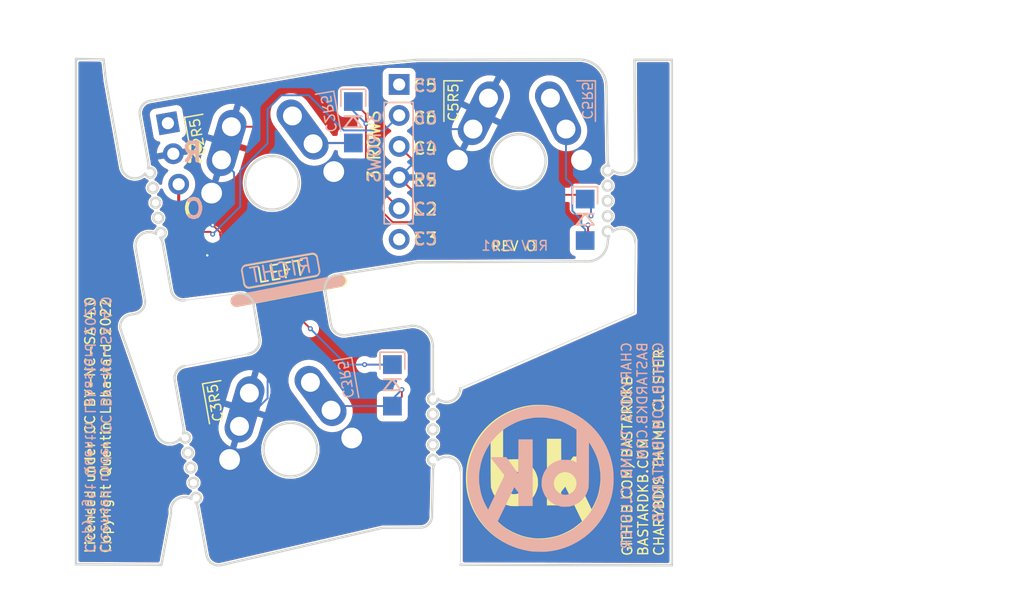
<source format=kicad_pcb>
(kicad_pcb (version 20221018) (generator pcbnew)
  (layers (0 "F.Cu" signal) (31 "B.Cu" signal) (34 "B.Paste" user) (35 "F.Paste" user) (36 "B.SilkS" user "B.Silkscreen") (37 "F.SilkS" user "F.Silkscreen") (38 "B.Mask" user) (39 "F.Mask" user) (44 "Edge.Cuts" user))
  (net 0 "")
  (net 1 "Net-(D5-A)")
  (net 2 "col6")
  (net 3 "Net-(D9-A)")
  (net 4 "col2")
  (net 5 "Net-(D19-A)")
  (net 7 "col4")
  (net 9 "row1")
  (footprint "Connector_PinHeader_2.54mm:PinHeader_1x03_P2.54mm_Vertical" (layer "F.Cu") (at 65.481539 71.553361 10)
    (fp_text reference "J2" hide)
    (fp_text value "Conn_01x03_Female")
    (pad "1" thru_hole rect (at 0 0 10) (size 1.7 1.7) (drill 1) (layers "*.Cu" "*.Mask"))
    (pad "2" thru_hole oval (at 0 2.54 10) (size 1.7 1.7) (drill 1) (layers "*.Cu" "*.Mask") (net 9 "row1"))
    (pad "3" thru_hole oval (at 0 5.08 10) (size 1.7 1.7) (drill 1) (layers "*.Cu" "*.Mask") (net 2 "col6"))
  )
  (footprint "custom:Diode_TH_SOD123" (layer "F.Cu") (at 83.872275 88.045142 -90)
    (fp_text reference "D9" hide)
    (fp_text value "D")
    (pad "1" smd rect (at 3.3 0 270) (size 1.524 1.524) (layers "F.Cu" "F.Paste" "F.Mask") (net 2 "col6"))
    (pad "1" smd rect (at 3.3 0 270) (size 1.524 1.524) (layers "B.Cu" "B.Paste" "B.Mask") (net 2 "col6"))
    (pad "2" smd rect (at 6.7 0 270) (size 1.524 1.524) (layers "F.Cu" "F.Paste" "F.Mask") (net 3 "Net-(D9-A)"))
    (pad "2" smd rect (at 6.7 0 270) (size 1.524 1.524) (layers "B.Cu" "B.Paste" "B.Mask") (net 3 "Net-(D9-A)"))
  )
  (footprint "custom:SW_MX_reversible" (layer "F.Cu") (at 75.5396 98.2472 10)
    (fp_text reference "SW9" hide)
    (fp_text value "SW_Push")
    (pad "" np_thru_hole circle (at -5.08 0 10) (size 1.7018 1.7018) (drill 1.7018) (layers "*.Cu" "*.Mask"))
    (pad "" np_thru_hole circle (at 5.08 0 10) (size 1.7018 1.7018) (drill 1.7018) (layers "*.Cu" "*.Mask"))
    (pad "1" thru_hole oval (at -3.81 -2.54 343.5) (size 2.35 5.55) (drill 1.55 (offset 0 -1.45)) (layers "*.Cu" "*.Mask") (net 9 "row1"))
    (pad "1" thru_hole circle (at -2.54 -5.08 10) (size 2.35 2.35) (drill 1.55) (layers "*.Cu" "*.Mask") (net 9 "row1"))
    (pad "2" thru_hole circle (at 2.54 -5.08 10) (size 2.35 2.35) (drill 1.55) (layers "*.Cu" "*.Mask") (net 3 "Net-(D9-A)"))
    (pad "2" thru_hole oval (at 3.81 -2.54 36.5) (size 2.35 5.55) (drill 1.55 (offset 0 -1.45)) (layers "*.Cu" "*.Mask") (net 3 "Net-(D9-A)"))
  )
  (footprint "custom:Diode_TH_SOD123" (layer "F.Cu") (at 80.67 66.48 -90)
    (fp_text reference "D5" hide)
    (fp_text value "D")
    (pad "1" smd rect (at 3.3 0 270) (size 1.524 1.524) (layers "F.Cu" "F.Paste" "F.Mask") (net 4 "col2"))
    (pad "1" smd rect (at 3.3 0 270) (size 1.524 1.524) (layers "B.Cu" "B.Paste" "B.Mask") (net 4 "col2"))
    (pad "2" smd rect (at 6.7 0 270) (size 1.524 1.524) (layers "F.Cu" "F.Paste" "F.Mask") (net 1 "Net-(D5-A)"))
    (pad "2" smd rect (at 6.7 0 270) (size 1.524 1.524) (layers "B.Cu" "B.Paste" "B.Mask") (net 1 "Net-(D5-A)"))
  )
  (footprint "custom:SW_MX_reversible" (layer "F.Cu") (at 94.2848 74.5744)
    (fp_text reference "SW19" hide)
    (fp_text value "SW_Push")
    (pad "" np_thru_hole circle (at -5.08 0) (size 1.7018 1.7018) (drill 1.7018) (layers "*.Cu" "*.Mask"))
    (pad "" np_thru_hole circle (at 5.08 0) (size 1.7018 1.7018) (drill 1.7018) (layers "*.Cu" "*.Mask"))
    (pad "1" thru_hole oval (at -3.81 -2.54 333.5) (size 2.35 5.55) (drill 1.55 (offset 0 -1.45)) (layers "*.Cu" "*.Mask") (net 9 "row1"))
    (pad "1" thru_hole circle (at -2.54 -5.08) (size 2.35 2.35) (drill 1.55) (layers "*.Cu" "*.Mask") (net 9 "row1"))
    (pad "2" thru_hole circle (at 2.54 -5.08) (size 2.35 2.35) (drill 1.55) (layers "*.Cu" "*.Mask") (net 5 "Net-(D19-A)"))
    (pad "2" thru_hole oval (at 3.81 -2.54 26.5) (size 2.35 5.55) (drill 1.55 (offset 0 -1.45)) (layers "*.Cu" "*.Mask") (net 5 "Net-(D19-A)"))
  )
  (footprint "Connector_PinHeader_2.54mm:PinHeader_1x06_P2.54mm_Vertical" (layer "F.Cu") (at 84.4296 68.3768)
    (fp_text reference "J1" hide)
    (fp_text value "Conn_01x06_Female")
    (pad "1" thru_hole rect (at 0 0) (size 1.7 1.7) (drill 1) (layers "*.Cu" "*.Mask"))
    (pad "2" thru_hole oval (at 0 2.54) (size 1.7 1.7) (drill 1) (layers "*.Cu" "*.Mask") (net 2 "col6"))
    (pad "3" thru_hole oval (at 0 5.08) (size 1.7 1.7) (drill 1) (layers "*.Cu" "*.Mask") (net 7 "col4"))
    (pad "4" thru_hole oval (at 0 7.62) (size 1.7 1.7) (drill 1) (layers "*.Cu" "*.Mask") (net 9 "row1"))
    (pad "5" thru_hole oval (at 0 10.16) (size 1.7 1.7) (drill 1) (layers "*.Cu" "*.Mask") (net 4 "col2"))
    (pad "6" thru_hole oval (at 0 12.7) (size 1.7 1.7) (drill 1) (layers "*.Cu" "*.Mask"))
  )
  (footprint "custom:Diode_TH_SOD123" (layer "F.Cu") (at 99.67 74.474 -90)
    (fp_text reference "D19" hide)
    (fp_text value "D")
    (pad "1" smd rect (at 3.3 0 270) (size 1.524 1.524) (layers "F.Cu" "F.Paste" "F.Mask") (net 7 "col4"))
    (pad "1" smd rect (at 3.3 0 270) (size 1.524 1.524) (layers "B.Cu" "B.Paste" "B.Mask") (net 7 "col4"))
    (pad "2" smd rect (at 6.7 0 270) (size 1.524 1.524) (layers "F.Cu" "F.Paste" "F.Mask") (net 5 "Net-(D19-A)"))
    (pad "2" smd rect (at 6.7 0 270) (size 1.524 1.524) (layers "B.Cu" "B.Paste" "B.Mask") (net 5 "Net-(D19-A)"))
  )
  (footprint "custom:SW_MX_reversible" (layer "F.Cu") (at 74.0664 76.4032 10)
    (fp_text reference "SW5" hide)
    (fp_text value "SW_Push")
    (pad "" np_thru_hole circle (at -5.08 0 10) (size 1.7018 1.7018) (drill 1.7018) (layers "*.Cu" "*.Mask"))
    (pad "" np_thru_hole circle (at 5.08 0 10) (size 1.7018 1.7018) (drill 1.7018) (layers "*.Cu" "*.Mask"))
    (pad "1" thru_hole oval (at -3.81 -2.54 343.5) (size 2.35 5.55) (drill 1.55 (offset 0 -1.45)) (layers "*.Cu" "*.Mask") (net 9 "row1"))
    (pad "1" thru_hole circle (at -2.54 -5.08 10) (size 2.35 2.35) (drill 1.55) (layers "*.Cu" "*.Mask") (net 9 "row1"))
    (pad "2" thru_hole circle (at 2.54 -5.08 10) (size 2.35 2.35) (drill 1.55) (layers "*.Cu" "*.Mask") (net 1 "Net-(D5-A)"))
    (pad "2" thru_hole oval (at 3.81 -2.54 36.5) (size 2.35 5.55) (drill 1.55 (offset 0 -1.45)) (layers "*.Cu" "*.Mask") (net 1 "Net-(D5-A)"))
  )
  (footprint "LOGO" (layer "F.Cu") (at 95.9 100.65)
    (fp_text reference "G***" hide)
    (fp_text value "LOGO" hide)
  )
  (footprint "LOGO" (layer "B.Cu") (at 96 100.7 180)
    (fp_text reference "G***" hide)
    (fp_text value "LOGO" hide)
  )
  (gr_arc (start 77.220842 82.23473) (mid 77.541127 82.279058) (end 77.723033 82.546373) (stroke (width 0.12)) (layer "B.SilkS"))
  (gr_line (start 79.53 84.475) (end 71.105 86.125) (stroke (width 1)) (layer "B.SilkS"))
  (gr_arc (start 71.566617 83.67896) (mid 71.610944 83.358675) (end 71.878259 83.176768) (stroke (width 0.12)) (layer "B.SilkS"))
  (gr_line (start 71.878259 83.176768) (end 77.220842 82.23473) (stroke (width 0.12)) (layer "B.SilkS"))
  (gr_line (start 77.588358 84.052192) (end 72.245775 84.99423) (stroke (width 0.12)) (layer "B.SilkS"))
  (gr_line (start 77.9 83.55) (end 77.723033 82.546372) (stroke (width 0.12)) (layer "B.SilkS"))
  (gr_arc (start 77.9 83.55) (mid 77.855673 83.870285) (end 77.588358 84.052192) (stroke (width 0.12)) (layer "B.SilkS"))
  (gr_line (start 71.566617 83.67896) (end 71.743584 84.682588) (stroke (width 0.12)) (layer "B.SilkS"))
  (gr_rect (start 83.1975 69.85) (end 85.5725 79.8) (stroke (width 0.12)) (fill none) (layer "B.SilkS"))
  (gr_arc (start 72.245775 84.99423) (mid 71.92549 84.949902) (end 71.743584 84.682587) (stroke (width 0.12)) (layer "B.SilkS"))
  (gr_line (start 79.665 84.485) (end 71.735 86.015) (stroke (width 1)) (layer "F.SilkS"))
  (gr_arc (start 77.251576 82.275615) (mid 77.564985 82.355124) (end 77.716183 82.640933) (stroke (width 0.12)) (layer "F.SilkS"))
  (gr_line (start 77.251576 82.275615) (end 71.908995 83.217659) (stroke (width 0.12)) (layer "F.SilkS"))
  (gr_line (start 77.716183 82.640933) (end 77.89315 83.644561) (stroke (width 0.12)) (layer "F.SilkS"))
  (gr_arc (start 71.543676 83.682267) (mid 71.623186 83.368857) (end 71.908995 83.217659) (stroke (width 0.12)) (layer "F.SilkS"))
  (gr_line (start 71.720644 84.685895) (end 71.543677 83.682267) (stroke (width 0.12)) (layer "F.SilkS"))
  (gr_rect (start 83.2 69.85) (end 85.575 79.8) (stroke (width 0.12)) (fill none) (layer "F.SilkS"))
  (gr_line (start 72.185251 85.051213) (end 77.527832 84.109169) (stroke (width 0.12)) (layer "F.SilkS"))
  (gr_arc (start 72.185251 85.051213) (mid 71.871842 84.971704) (end 71.720644 84.685895) (stroke (width 0.12)) (layer "F.SilkS"))
  (gr_arc (start 77.893151 83.644561) (mid 77.813641 83.957971) (end 77.527832 84.109169) (stroke (width 0.12)) (layer "F.SilkS"))
  (gr_circle (center 87.190015 96.65875) (end 87.190015 97.05875) (stroke (width 0.2)) (fill none) (layer "Edge.Cuts"))
  (gr_arc (start 66.722547 96.986841) (mid 67.256834 97.529352) (end 66.506314 97.400896) (stroke (width 0.2)) (layer "Edge.Cuts"))
  (gr_arc (start 87.585343 94.143051) (mid 86.87034 94.404879) (end 87.297918 93.774831) (stroke (width 0.2)) (layer "Edge.Cuts"))
  (gr_circle (center 94.231557 74.652763) (end 96.431557 74.652763) (stroke (width 0.2)) (fill none) (layer "Edge.Cuts"))
  (gr_arc (start 64.859503 80.937226) (mid 64.984487 81.157959) (end 65.056842 81.401082) (stroke (width 0.2)) (layer "Edge.Cuts"))
  (gr_line (start 61.586115 88.418802) (end 64.53208 96.885594) (stroke (width 0.2)) (layer "Edge.Cuts"))
  (gr_line (start 60.399728 68.086451) (end 61.657985 75.150261) (stroke (width 0.2)) (layer "Edge.Cuts"))
  (gr_arc (start 71.166131 85.535797) (mid 72.017587 85.679288) (end 72.496567 86.397721) (stroke (width 0.2)) (layer "Edge.Cuts"))
  (gr_line (start 103.709519 87.079288) (end 89.43412 93.279826) (stroke (width 0.05)) (layer "Edge.Cuts"))
  (gr_line (start 68.654535 106.986262) (end 67.952736 103.124513) (stroke (width 0.2)) (layer "Edge.Cuts"))
  (gr_arc (start 63.873117 74.755686) (mid 63.889163 75.008839) (end 63.848085 75.259152) (stroke (width 0.2)) (layer "Edge.Cuts"))
  (gr_line (start 101.409519 68.579288) (end 101.50581 74.554291) (stroke (width 0.2)) (layer "Edge.Cuts"))
  (gr_circle (center 87.192197 97.908747) (end 87.192197 98.308747) (stroke (width 0.2)) (fill none) (layer "Edge.Cuts"))
  (gr_line (start 106.767587 66.352763) (end 106.767587 107.80746) (stroke (width 0.2)) (layer "Edge.Cuts"))
  (gr_arc (start 103.755805 74.550362) (mid 103.106763 75.571685) (end 101.907029 75.413587) (stroke (width 0.2)) (layer "Edge.Cuts"))
  (gr_arc (start 80.682774 66.820485) (mid 80.726317 66.813715) (end 80.770116 66.80887) (stroke (width 0.2)) (layer "Edge.Cuts"))
  (gr_arc (start 87.109122 103.709526) (mid 86.876488 104.405155) (end 86.209122 104.709526) (stroke (width 0.2)) (layer "Edge.Cuts"))
  (gr_line (start 57.951798 107.718617) (end 57.951798 66.280035) (stroke (width 0.2)) (layer "Edge.Cuts"))
  (gr_arc (start 85.887631 82.956645) (mid 85.931601 82.953734) (end 85.975656 82.952763) (stroke (width 0.2)) (layer "Edge.Cuts"))
  (gr_arc (start 63.184802 70.891511) (mid 63.349154 70.143999) (end 63.993939 69.731642) (stroke (width 0.2)) (layer "Edge.Cuts"))
  (gr_line (start 83.068065 104.732225) (end 69.817222 107.791345) (stroke (width 0.2)) (layer "Edge.Cuts"))
  (gr_circle (center 101.5117 77.929286) (end 101.5117 78.329286) (stroke (width 0.2)) (fill none) (layer "Edge.Cuts"))
  (gr_arc (start 87.297918 93.774831) (mid 87.213162 93.535749) (end 87.184125 93.283755) (stroke (width 0.2)) (layer "Edge.Cuts"))
  (gr_line (start 80.169043 88.922779) (end 85.502015 88.165856) (stroke (width 0.2)) (layer "Edge.Cuts"))
  (gr_arc (start 63.848085 75.259151) (mid 64.380477 75.803527) (end 63.630407 75.672451) (stroke (width 0.2)) (layer "Edge.Cuts"))
  (gr_line (start 106.767587 107.80746) (end 89.445902 107.75875) (stroke (width 0.2)) (layer "Edge.Cuts"))
  (gr_arc (start 69.817222 107.791345) (mid 69.06914 107.629604) (end 68.654535 106.986262) (stroke (width 0.2)) (layer "Edge.Cuts"))
  (gr_arc (start 87.594122 99.173051) (mid 88.793297 99.010766) (end 89.445902 100.029817) (stroke (width 0.2)) (layer "Edge.Cuts"))
  (gr_circle (center 64.684188 79.309013) (end 65.084188 79.309013) (stroke (width 0.2)) (fill none) (layer "Edge.Cuts"))
  (gr_arc (start 85.502015 88.165856) (mid 86.749023 88.715695) (end 87.184126 90.00722) (stroke (width 0.2)) (layer "Edge.Cuts"))
  (gr_arc (start 85.887631 66.356645) (mid 85.931601 66.353734) (end 85.975656 66.352763) (stroke (width 0.2)) (layer "Edge.Cuts"))
  (gr_arc (start 87.195906 100.033743) (mid 87.224063 99.78165) (end 87.307984 99.542273) (stroke (width 0.2)) (layer "Edge.Cuts"))
  (gr_line (start 80.770116 66.80887) (end 85.887631 66.356645) (stroke (width 0.2)) (layer "Edge.Cuts"))
  (gr_line (start 63.993939 69.731642) (end 80.682775 66.820485) (stroke (width 0.2)) (layer "Edge.Cuts"))
  (gr_arc (start 61.586115 88.418802) (mid 61.748851 87.669287) (end 62.394633 87.255497) (stroke (width 0.2)) (layer "Edge.Cuts"))
  (gr_line (start 99.709519 82.879288) (end 85.975656 82.952763) (stroke (width 0.2)) (layer "Edge.Cuts"))
  (gr_arc (start 101.619603 75.045367) (mid 101.534847 74.806285) (end 101.50581 74.554291) (stroke (width 0.2)) (layer "Edge.Cuts"))
  (gr_arc (start 101.629669 80.812809) (mid 101.199895 80.184256) (end 101.915808 80.443588) (stroke (width 0.2)) (layer "Edge.Cuts"))
  (gr_arc (start 67.405691 102.349847) (mid 68.063028 101.965541) (end 67.75378 102.661349) (stroke (width 0.2)) (layer "Edge.Cuts"))
  (gr_circle (center 64.464979 78.078384) (end 64.864979 78.078384) (stroke (width 0.2)) (fill none) (layer "Edge.Cuts"))
  (gr_line (start 60.20794 66.322801) (end 60.399728 68.086451) (stroke (width 0.2)) (layer "Edge.Cuts"))
  (gr_line (start 72.961078 89.127832) (end 72.496567 86.397721) (stroke (width 0.2)) (layer "Edge.Cuts"))
  (gr_circle (center 64.245771 76.847755) (end 64.645771 76.847755) (stroke (width 0.2)) (fill none) (layer "Edge.Cuts"))
  (gr_line (start 64.948202 107.761383) (end 57.951798 107.718617) (stroke (width 0.2)) (layer "Edge.Cuts"))
  (gr_arc (start 63.59523 86.025897) (mid 63.430879 86.77341) (end 62.786094 87.185767) (stroke (width 0.2)) (layer "Edge.Cuts"))
  (gr_line (start 89.445902 100.029817) (end 89.445902 107.75875) (stroke (width 0.05)) (layer "Edge.Cuts"))
  (gr_line (start 103.755805 74.550362) (end 103.709519 66.352763) (stroke (width 0.2)) (layer "Edge.Cuts"))
  (gr_circle (center 75.515525 98.319843) (end 77.715525 98.319843) (stroke (width 0.2)) (fill none) (layer "Edge.Cuts"))
  (gr_line (start 62.786094 87.185767) (end 62.394633 87.255497) (stroke (width 0.2)) (layer "Edge.Cuts"))
  (gr_arc (start 64.512504 80.624512) (mid 65.171177 80.242501) (end 64.859504 80.937226) (stroke (width 0.2)) (layer "Edge.Cuts"))
  (gr_line (start 103.767587 81.300353) (end 103.709519 87.079288) (stroke (width 0.05)) (layer "Edge.Cuts"))
  (gr_circle (center 101.509519 76.679288) (end 101.509519 77.079288) (stroke (width 0.2)) (fill none) (layer "Edge.Cuts"))
  (gr_arc (start 63.630408 75.67245) (mid 62.477632 76.040506) (end 61.657985 75.150261) (stroke (width 0.2)) (layer "Edge.Cuts"))
  (gr_circle (center 87.187834 95.408752) (end 87.187834 95.808752) (stroke (width 0.2)) (fill none) (layer "Edge.Cuts"))
  (gr_arc (start 101.915807 80.443587) (mid 103.114982 80.281302) (end 103.767587 81.300353) (stroke (width 0.2)) (layer "Edge.Cuts"))
  (gr_line (start 86.209122 104.709526) (end 83.068065 104.732225) (stroke (width 0.2)) (layer "Edge.Cuts"))
  (gr_line (start 57.951798 66.280035) (end 60.20794 66.322801) (stroke (width 0.2)) (layer "Edge.Cuts"))
  (gr_arc (start 66.745821 96.483289) (mid 66.762751 96.736384) (end 66.722547 96.986839) (stroke (width 0.2)) (layer "Edge.Cuts"))
  (gr_line (start 87.184126 90.00722) (end 87.184125 93.283755) (stroke (width 0.2)) (layer "Edge.Cuts"))
  (gr_line (start 87.195906 100.033743) (end 87.109122 103.709526) (stroke (width 0.2)) (layer "Edge.Cuts"))
  (gr_circle (center 101.513882 79.179283) (end 101.513882 79.579283) (stroke (width 0.2)) (fill none) (layer "Edge.Cuts"))
  (gr_arc (start 62.84171 81.795658) (mid 63.303542 80.677147) (end 64.512503 80.624511) (stroke (width 0.2)) (layer "Edge.Cuts"))
  (gr_circle (center 67.349279 99.803901) (end 67.749279 99.803901) (stroke (width 0.2)) (fill none) (layer "Edge.Cuts"))
  (gr_line (start 65.745157 85.265257) (end 65.056842 81.401082) (stroke (width 0.2)) (layer "Edge.Cuts"))
  (gr_arc (start 65.738995 103.526819) (mid 66.19692 102.406702) (end 67.40569 102.349847) (stroke (width 0.2)) (layer "Edge.Cuts"))
  (gr_arc (start 66.905027 86.074393) (mid 66.157514 85.910042) (end 65.745157 85.265257) (stroke (width 0.2)) (layer "Edge.Cuts"))
  (gr_arc (start 89.43412 93.279826) (mid 88.785078 94.301149) (end 87.585344 94.143051) (stroke (width 0.2)) (layer "Edge.Cuts"))
  (gr_arc (start 101.517591 81.304279) (mid 100.949524 82.477468) (end 99.709519 82.879288) (stroke (width 0.2)) (layer "Edge.Cuts"))
  (gr_line (start 63.873117 74.755687) (end 63.184802 70.891512) (stroke (width 0.2)) (layer "Edge.Cuts"))
  (gr_arc (start 99.009518 66.332781) (mid 100.696665 66.935603) (end 101.409519 68.579288) (stroke (width 0.2)) (layer "Edge.Cuts"))
  (gr_arc (start 66.506314 97.400897) (mid 65.354829 97.772974) (end 64.53208 96.885594) (stroke (width 0.2)) (layer "Edge.Cuts"))
  (gr_arc (start 72.961078 89.127832) (mid 72.817587 89.979288) (end 72.099154 90.458268) (stroke (width 0.2)) (layer "Edge.Cuts"))
  (gr_arc (start 101.907028 75.413587) (mid 101.192025 75.675415) (end 101.619603 75.045367) (stroke (width 0.2)) (layer "Edge.Cuts"))
  (gr_circle (center 74.010357 76.439671) (end 76.210357 76.439671) (stroke (width 0.2)) (fill none) (layer "Edge.Cuts"))
  (gr_arc (start 80.169043 88.922779) (mid 79.317587 88.779288) (end 78.838607 88.060855) (stroke (width 0.2)) (layer "Edge.Cuts"))
  (gr_line (start 78.374096 85.330744) (end 78.838607 88.060855) (stroke (width 0.2)) (layer "Edge.Cuts"))
  (gr_line (start 71.166131 85.535797) (end 66.905027 86.074393) (stroke (width 0.05)) (layer "Edge.Cuts"))
  (gr_line (start 85.975656 66.352763) (end 99.009518 66.332781) (stroke (width 0.2)) (layer "Edge.Cuts"))
  (gr_line (start 65.738995 103.526818) (end 64.948202 107.761383) (stroke (width 0.2)) (layer "Edge.Cuts"))
  (gr_arc (start 87.307984 99.542273) (mid 86.87821 98.91372) (end 87.594123 99.173052) (stroke (width 0.2)) (layer "Edge.Cuts"))
  (gr_arc (start 66.044023 92.62154) (mid 66.205764 91.873458) (end 66.849106 91.458853) (stroke (width 0.2)) (layer "Edge.Cuts"))
  (gr_arc (start 67.75378 102.661349) (mid 67.879534 102.881644) (end 67.952736 103.124513) (stroke (width 0.2)) (layer "Edge.Cuts"))
  (gr_arc (start 101.517591 81.304279) (mid 101.545748 81.052186) (end 101.629669 80.812809) (stroke (width 0.2)) (layer "Edge.Cuts"))
  (gr_line (start 66.849106 91.458853) (end 72.099154 90.458268) (stroke (width 0.05)) (layer "Edge.Cuts"))
  (gr_line (start 66.745821 96.483289) (end 66.044023 92.62154) (stroke (width 0.2)) (layer "Edge.Cuts"))
  (gr_arc (start 78.374096 85.330744) (mid 78.517587 84.479288) (end 79.23602 84.000308) (stroke (width 0.2)) (layer "Edge.Cuts"))
  (gr_circle (center 67.125776 98.574045) (end 67.525776 98.574045) (stroke (width 0.2)) (fill none) (layer "Edge.Cuts"))
  (gr_line (start 62.84171 81.795657) (end 63.59523 86.025897) (stroke (width 0.2)) (layer "Edge.Cuts"))
  (gr_circle (center 67.572782 101.033757) (end 67.972782 101.033757) (stroke (width 0.2)) (fill none) (layer "Edge.Cuts"))
  (gr_line (start 85.887631 82.956644) (end 79.23602 84.000308) (stroke (width 0.2)) (layer "Edge.Cuts"))
  (gr_line (start 103.709519 66.352763) (end 106.767587 66.352763) (stroke (width 0.2)) (layer "Edge.Cuts"))
  (gr_text "C3R5" (at 80.025 92.575 280) (layer "B.SilkS") (effects (font (size 0.8 0.8) (thickness 0.12)) (justify mirror)))
  (gr_text "C" (at 68.6308 79.4512) (layer "B.SilkS") (effects (font (size 1.5 1.5) (thickness 0.3) bold) (justify left bottom mirror)))
  (gr_text "BASTARDKB.COM" (at 104.35 94.35 90) (layer "B.SilkS") (effects (font (size 0.8 0.8) (thickness 0.12)) (justify mirror)))
  (gr_text "C2" (at 86.575 78.6176) (layer "B.SilkS") (effects (font (size 1 1)) (justify mirror)))
  (gr_text "C5" (at 86.575 68.4576) (layer "B.SilkS") (effects (font (size 1 1)) (justify mirror)))
  (gr_text "RIGHT" (at 74.723826 83.622131 10) (layer "B.SilkS") (effects (font (size 1.2 1.2)) (justify mirror)))
  (gr_text "Licensed under CC BY-NC-SA 4.0\nCopyright Quentin Lebastard 2022" (at 59.74 106.86 -90) (layer "B.SilkS") (effects (font (size 0.8 0.8) (thickness 0.12)) (justify left mirror)))
  (gr_text "R5" (at 86.575 76.2317) (layer "B.SilkS") (effects (font (size 1 1)) (justify mirror)))
  (gr_text "3 ROWS" (at 82.4225 73.52 90) (layer "B.SilkS") (effects (font (size 1 1)) (justify mirror)))
  (gr_text "REV 2.01" (at 93.9 81.6) (layer "B.SilkS") (effects (font (size 0.8 0.8) (thickness 0.12)) (justify mirror)))
  (gr_text "GITHUB.COM/BASTARDKB" (at 105.645 96.902381 90) (layer "B.SilkS") (effects (font (size 0.8 0.8) (thickness 0.12)) (justify mirror)))
  (gr_text "R" (at 68.4276 74.8284) (layer "B.SilkS") (effects (font (size 1.5 1.5) (thickness 0.3) bold) (justify left bottom mirror)))
  (gr_text "C5R5" (at 99.813 69.7 270) (layer "B.SilkS") (effects (font (size 0.8 0.8) (thickness 0.12)) (justify mirror)))
  (gr_text "C2R5" (at 78.625 70.775 280) (layer "B.SilkS") (effects (font (size 0.8 0.8) (thickness 0.12)) (justify mirror)))
  (gr_text "C3" (at 86.575 81.0577) (layer "B.SilkS") (effects (font (size 1 1)) (justify mirror)))
  (gr_text "C6" (at 86.575 71.15) (layer "B.SilkS") (effects (font (size 1 1)) (justify mirror)))
  (gr_text "C4" (at 86.575 73.6409) (layer "B.SilkS") (effects (font (size 1 1)) (justify mirror)))
  (gr_text "CHARYBDIS THUMB CLUSTER" (at 103.055 97.988096 90) (layer "B.SilkS") (effects (font (size 0.8 0.8) (thickness 0.12)) (justify mirror)))
  (gr_text "C3R5" (at 69.375 94.475 100) (layer "F.SilkS") (effects (font (size 0.8 0.8) (thickness 0.12))))
  (gr_text "R" (at 66.7004 74.8792) (layer "F.SilkS") (effects (font (size 1.5 1.5) (thickness 0.3) bold) (justify left bottom)))
  (gr_text "BASTARDKB.COM" (at 104.418 102.198096 90) (layer "F.SilkS") (effects (font (size 0.8 0.8) (thickness 0.12))))
  (gr_text "GITHUB.COM/BASTARDKB" (at 103.123 99.645715 90) (layer "F.SilkS") (effects (font (size 0.8 0.8) (thickness 0.12))))
  (gr_text "C3" (at 86.575 81.0401) (layer "F.SilkS") (effects (font (size 1 1))))
  (gr_text "C5" (at 86.575 68.4824) (layer "F.SilkS") (effects (font (size 1 1))))
  (gr_text "REV O" (at 93.825 81.635) (layer "F.SilkS") (effects (font (size 0.8 0.8) (thickness 0.12))))
  (gr_text "C2" (at 86.575 78.6) (layer "F.SilkS") (effects (font (size 1 1))))
  (gr_text "C" (at 66.548 79.4512) (layer "F.SilkS") (effects (font (size 1.5 1.5) (thickness 0.3) bold) (justify left bottom)))
  (gr_text "C5R5" (at 88.875 69.85 90) (layer "F.SilkS") (effects (font (size 0.8 0.8) (thickness 0.12))))
  (gr_text "LEFT" (at 74.719592 83.731524 10) (layer "F.SilkS") (effects (font (size 1.2 1.2))))
  (gr_text "3 ROWS" (at 82.37 73.4 90) (layer "F.SilkS") (effects (font (size 1 1))))
  (gr_text "C2R5" (at 67.925 72.7 100) (layer "F.SilkS") (effects (font (size 0.8 0.8) (thickness 0.12))))
  (gr_text "CHARYBDIS THUMB CLUSTER" (at 105.713 98.560001 90) (layer "F.SilkS") (effects (font (size 0.8 0.8) (thickness 0.12))))
  (gr_text "R5" (at 86.575 76.2141) (layer "F.SilkS") (effects (font (size 1 1))))
  (gr_text "Licensed under CC BY-NC-SA 4.0\nCopyright Quentin Lebastard 2022" (at 59.749509 106.8931 90) (layer "F.SilkS") (effects (font (size 0.8 0.8) (thickness 0.12)) (justify left)))
  (gr_text "C4" (at 86.575 73.6233) (layer "F.SilkS") (effects (font (size 1 1))))
  (gr_text "C6" (at 86.575 71.1324) (layer "F.SilkS") (effects (font (size 1 1))))
  (segment (start 80.67 73.18) (end 77.43764 73.18) (width 0.1524) (layer "F.Cu") (net 1))
  (segment (start 77.43764 73.18) (end 77.377451 73.240189) (width 0.1524) (layer "F.Cu") (net 1))
  (segment (start 80.67 73.18) (end 77.43764 73.18) (width 0.1524) (layer "B.Cu") (net 1))
  (segment (start 77.43764 73.18) (end 77.377451 73.240189) (width 0.1524) (layer "B.Cu") (net 1))
  (segment (start 66.363672 79.743776) (end 67.084948 80.465052) (width 0.25) (layer "F.Cu") (net 2))
  (segment (start 65.9 83.15) (end 65.9 81.65) (width 0.1524) (layer "F.Cu") (net 2))
  (segment (start 72.9 84.15) (end 66.9 84.15) (width 0.1524) (layer "F.Cu") (net 2))
  (segment (start 83.872275 91.345142) (end 81.595142 91.345142) (width 0.1524) (layer "F.Cu") (net 2))
  (segment (start 68.965052 80.465052) (end 69.15 80.65) (width 0.1524) (layer "F.Cu") (net 2))
  (segment (start 77.15 88.4) (end 72.9 84.15) (width 0.1524) (layer "F.Cu") (net 2))
  (segment (start 66.9 84.15) (end 65.9 83.15) (width 0.1524) (layer "F.Cu") (net 2))
  (segment (start 66.363672 76.556184) (end 66.363672 79.743776) (width 0.25) (layer "F.Cu") (net 2))
  (segment (start 65.9 81.65) (end 67.084948 80.465052) (width 0.1524) (layer "F.Cu") (net 2))
  (segment (start 67.084948 80.465052) (end 68.965052 80.465052) (width 0.1524) (layer "F.Cu") (net 2))
  (via (at 81.595142 91.345142) (size 0.4) (drill 0.2) (layers "F.Cu" "B.Cu") (net 2))
  (via (at 69.15 80.65) (size 0.4) (drill 0.2) (layers "F.Cu" "B.Cu") (net 2))
  (via (at 77.15 88.4) (size 0.4) (drill 0.2) (layers "F.Cu" "B.Cu") (net 2))
  (segment (start 77.014296 69.264296) (end 79.891789 72.141789) (width 0.1524) (layer "B.Cu") (net 2))
  (segment (start 69.15 80.65) (end 71.4 78.4) (width 0.1524) (layer "B.Cu") (net 2))
  (segment (start 83.188189 72.141789) (end 83.1964 72.15) (width 0.1524) (layer "B.Cu") (net 2))
  (segment (start 73.65 73.201304) (end 73.65 70.398829) (width 0.1524) (layer "B.Cu") (net 2))
  (segment (start 83.1964 72.15) (end 84.4296 70.9168) (width 0.1524) (layer "B.Cu") (net 2))
  (segment (start 74.784533 69.264296) (end 77.014296 69.264296) (width 0.1524) (layer "B.Cu") (net 2))
  (segment (start 71.4 78.4) (end 71.4 75.451304) (width 0.1524) (layer "B.Cu") (net 2))
  (segment (start 79.891789 72.141789) (end 83.188189 72.141789) (width 0.1524) (layer "B.Cu") (net 2))
  (segment (start 71.4 75.451304) (end 73.65 73.201304) (width 0.1524) (layer "B.Cu") (net 2))
  (segment (start 77.15 88.4) (end 80.095142 91.345142) (width 0.1524) (layer "B.Cu") (net 2))
  (segment (start 80.095142 91.345142) (end 83.872275 91.345142) (width 0.1524) (layer "B.Cu") (net 2))
  (segment (start 73.65 70.398829) (end 74.784533 69.264296) (width 0.1524) (layer "B.Cu") (net 2))
  (segment (start 84.65 93.4) (end 84.65 93.967417) (width 0.1524) (layer "F.Cu") (net 3))
  (segment (start 84.65 93.967417) (end 83.872275 94.745142) (width 0.1524) (layer "F.Cu") (net 3))
  (via (at 84.65 93.4) (size 0.4) (drill 0.2) (layers "F.Cu" "B.Cu") (net 3))
  (segment (start 83.872275 94.177725) (end 84.65 93.4) (width 0.1524) (layer "B.Cu") (net 3))
  (segment (start 83.872275 94.745142) (end 83.872275 94.177725) (width 0.1524) (layer "B.Cu") (net 3))
  (segment (start 83.872275 94.745142) (end 79.189698 94.745142) (width 0.1524) (layer "B.Cu") (net 3))
  (segment (start 79.189698 94.745142) (end 78.850651 95.084189) (width 0.1524) (layer "B.Cu") (net 3))
  (segment (start 81.708211 71.591789) (end 81.708211 75.815411) (width 0.1524) (layer "F.Cu") (net 4))
  (segment (start 81.708211 75.815411) (end 84.4296 78.5368) (width 0.1524) (layer "F.Cu") (net 4))
  (segment (start 81.708211 70.818211) (end 81.708211 71.591789) (width 0.1524) (layer "F.Cu") (net 4))
  (segment (start 80.67 69.78) (end 81.708211 70.818211) (width 0.1524) (layer "F.Cu") (net 4))
  (via (at 81.708211 71.591789) (size 0.4) (drill 0.2) (layers "F.Cu" "B.Cu") (net 4))
  (segment (start 81.708211 71.591789) (end 80.67 70.553578) (width 0.1524) (layer "B.Cu") (net 4))
  (segment (start 80.67 70.553578) (end 80.67 69.78) (width 0.1524) (layer "B.Cu") (net 4))
  (segment (start 99.9 79.9) (end 99.9 80.944) (width 0.1524) (layer "F.Cu") (net 5))
  (segment (start 99.9 80.944) (end 99.67 81.174) (width 0.1524) (layer "F.Cu") (net 5))
  (via (at 99.9 79.9) (size 0.4) (drill 0.2) (layers "F.Cu" "B.Cu") (net 5))
  (segment (start 98.616179 78.741359) (end 98.616179 76.616179) (width 0.1524) (layer "B.Cu") (net 5))
  (segment (start 99.67 80.2596) (end 99.3552 79.9448) (width 0.1524) (layer "B.Cu") (net 5))
  (segment (start 99.3552 79.9448) (end 99.8552 79.9448) (width 0.1524) (layer "B.Cu") (net 5))
  (segment (start 98.616179 76.616179) (end 98.0948 76.0948) (width 0.1524) (layer "B.Cu") (net 5))
  (segment (start 99.3552 79.9448) (end 99.3552 79.48038) (width 0.1524) (layer "B.Cu") (net 5))
  (segment (start 99.3552 79.48038) (end 98.616179 78.741359) (width 0.1524) (layer "B.Cu") (net 5))
  (segment (start 98.0948 76.0948) (end 98.0948 72.0344) (width 0.1524) (layer "B.Cu") (net 5))
  (segment (start 99.8552 79.9448) (end 99.9 79.9) (width 0.1524) (layer "B.Cu") (net 5))
  (segment (start 99.67 81.174) (end 99.67 80.2596) (width 0.1524) (layer "B.Cu") (net 5))
  (segment (start 99.67 77.774) (end 99.31978 77.42378) (width 0.1524) (layer "F.Cu") (net 7))
  (segment (start 100.15 78.254) (end 100.15 79.15) (width 0.1524) (layer "F.Cu") (net 7))
  (segment (start 99.31978 77.42378) (end 88.39658 77.42378) (width 0.1524) (layer "F.Cu") (net 7))
  (segment (start 88.39658 77.42378) (end 84.4296 73.4568) (width 0.1524) (layer "F.Cu") (net 7))
  (segment (start 99.67 77.774) (end 100.15 78.254) (width 0.1524) (layer "F.Cu") (net 7))
  (via (at 100.15 79.15) (size 0.4) (drill 0.2) (layers "F.Cu" "B.Cu") (net 7))
  (segment (start 100.15 78.254) (end 99.67 77.774) (width 0.1524) (layer "B.Cu") (net 7))
  (segment (start 100.15 79.15) (end 100.15 78.254) (width 0.1524) (layer "B.Cu") (net 7))
  (segment (start 82.028477 78.771523) (end 81.65 79.15) (width 0.1524) (layer "F.Cu") (net 9))
  (segment (start 85.555811 79.494189) (end 85.386989 79.663011) (width 0.1524) (layer "F.Cu") (net 9))
  (segment (start 82.99753 78.771523) (end 82.028477 78.771523) (width 0.1524) (layer "F.Cu") (net 9))
  (segment (start 69.760521 80.715314) (end 69.79758 80.752373) (width 0.1524) (layer "F.Cu") (net 9))
  (segment (start 85.386989 79.663011) (end 83.889018 79.663011) (width 0.1524) (layer "F.Cu") (net 9))
  (segment (start 69.15 79.9) (end 69.760521 80.510521) (width 0.1524) (layer "F.Cu") (net 9))
  (segment (start 68.707377 82.342623) (end 68.707377 82.389883) (width 0.1524) (layer "F.Cu") (net 9))
  (segment (start 83.889018 79.663011) (end 82.99753 78.771523) (width 0.1524) (layer "F.Cu") (net 9))
  (segment (start 69.79758 81.25242) (end 68.707377 82.342623) (width 0.1524) (layer "F.Cu") (net 9))
  (segment (start 85.555811 77.123011) (end 85.555811 79.494189) (width 0.1524) (layer "F.Cu") (net 9))
  (segment (start 69.760521 80.510521) (end 69.760521 80.715314) (width 0.1524) (layer "F.Cu") (net 9))
  (segment (start 80.47553 79.15) (end 73.166973 71.841443) (width 0.1524) (layer "F.Cu") (net 9))
  (segment (start 69.79758 80.752373) (end 69.79758 81.25242) (width 0.1524) (layer "F.Cu") (net 9))
  (segment (start 81.65 79.15) (end 80.47553 79.15) (width 0.1524) (layer "F.Cu") (net 9))
  (segment (start 73.166973 71.841443) (end 70.682856 71.841443) (width 0.1524) (layer "F.Cu") (net 9))
  (segment (start 84.4296 75.9968) (end 85.555811 77.123011) (width 0.1524) (layer "F.Cu") (net 9))
  (via (at 68.707377 82.389883) (size 0.4) (drill 0.2) (layers "F.Cu" "B.Cu") (net 9))
  (via (at 69.15 79.9) (size 0.4) (drill 0.2) (layers "F.Cu" "B.Cu") (net 9))
  (segment (start 70.9 78.15) (end 70.9 75.590172) (width 0.1524) (layer "B.Cu") (net 9))
  (segment (start 73.65 94.103804) (end 71.346416 96.407388) (width 0.1524) (layer "B.Cu") (net 9))
  (segment (start 68.707377 82.389883) (end 69.605344 82.389883) (width 0.1524) (layer "B.Cu") (net 9))
  (segment (start 73.65 86.434539) (end 73.65 94.103804) (width 0.1524) (layer "B.Cu") (net 9))
  (segment (start 66.340495 74.054773) (end 65.922605 74.054773) (width 0.25) (layer "B.Cu") (net 9))
  (segment (start 84.4296 75.9968) (end 88.392 72.0344) (width 0.1524) (layer "B.Cu") (net 9))
  (segment (start 88.392 72.0344) (end 90.4748 72.0344) (width 0.1524) (layer "B.Cu") (net 9))
  (segment (start 70.9 75.590172) (end 69.873216 74.563388) (width 0.1524) (layer "B.Cu") (net 9))
  (segment (start 69.605344 82.389883) (end 73.65 86.434539) (width 0.1524) (layer "B.Cu") (net 9))
  (segment (start 69.15 79.9) (end 70.9 78.15) (width 0.1524) (layer "B.Cu") (net 9))
  (zone (net 9) (net_name "row1") (layers "F&B.Cu") (connect_pads (clearance 0.508)) (min_thickness 0.254) (fill yes (thermal_gap 0.508) (thermal_bridge_width 0.508) (island_removal_mode 2) (island_area_min 1))
    (polygon (pts (xy 135.625 64.3) (xy 135.075 108.925) (xy 51.725 110.15) (xy 53.525 61.45)))
  )
)
</source>
